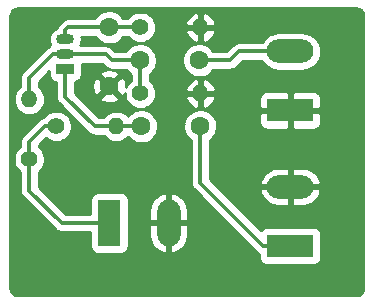
<source format=gbr>
G04 #@! TF.FileFunction,Copper,L2,Bot,Signal*
%FSLAX46Y46*%
G04 Gerber Fmt 4.6, Leading zero omitted, Abs format (unit mm)*
G04 Created by KiCad (PCBNEW 4.0.6) date 06/15/17 23:10:10*
%MOMM*%
%LPD*%
G01*
G04 APERTURE LIST*
%ADD10C,0.100000*%
%ADD11C,1.600000*%
%ADD12R,1.980000X3.960000*%
%ADD13O,1.980000X3.960000*%
%ADD14R,3.960000X1.980000*%
%ADD15O,3.960000X1.980000*%
%ADD16O,1.500000X0.900000*%
%ADD17R,1.500000X0.900000*%
%ADD18C,1.400000*%
%ADD19O,1.400000X1.400000*%
%ADD20C,0.300000*%
%ADD21C,0.254000*%
G04 APERTURE END LIST*
D10*
D11*
X176000400Y-88138000D03*
X181000400Y-88138000D03*
X181102000Y-93726000D03*
X176102000Y-93726000D03*
X173380400Y-90344000D03*
X173380400Y-85344000D03*
D12*
X173409600Y-101904800D03*
D13*
X178409600Y-101904800D03*
D14*
X188722000Y-92376000D03*
D15*
X188722000Y-87376000D03*
D14*
X188722000Y-103856800D03*
D15*
X188722000Y-98856800D03*
D16*
X169672000Y-87630000D03*
X169672000Y-86360000D03*
D17*
X169672000Y-88900000D03*
D18*
X166624000Y-96520000D03*
D19*
X166624000Y-91440000D03*
D18*
X168910000Y-93726000D03*
D19*
X173990000Y-93726000D03*
D18*
X176022000Y-90932000D03*
D19*
X181102000Y-90932000D03*
D18*
X176022000Y-85344000D03*
D19*
X181102000Y-85344000D03*
D20*
X169672000Y-87630000D02*
X168622000Y-87630000D01*
X168622000Y-87630000D02*
X166624000Y-89628000D01*
X166624000Y-89628000D02*
X166624000Y-90450051D01*
X166624000Y-90450051D02*
X166624000Y-91440000D01*
X176022000Y-90932000D02*
X176022000Y-88159600D01*
X176022000Y-88159600D02*
X176000400Y-88138000D01*
X173583600Y-88138000D02*
X173075600Y-87630000D01*
X173075600Y-87630000D02*
X169672000Y-87630000D01*
X176000400Y-88138000D02*
X173583600Y-88138000D01*
X183642000Y-88138000D02*
X184404000Y-87376000D01*
X184404000Y-87376000D02*
X188722000Y-87376000D01*
X181000400Y-88138000D02*
X183642000Y-88138000D01*
X188722000Y-103856800D02*
X186442000Y-103856800D01*
X186442000Y-103856800D02*
X181102000Y-98516800D01*
X181102000Y-98516800D02*
X181102000Y-94857370D01*
X181102000Y-94857370D02*
X181102000Y-93726000D01*
X169672000Y-88900000D02*
X169672000Y-91236800D01*
X169672000Y-91236800D02*
X172161200Y-93726000D01*
X172161200Y-93726000D02*
X173990000Y-93726000D01*
X173990000Y-93726000D02*
X176102000Y-93726000D01*
X173380400Y-85344000D02*
X169938000Y-85344000D01*
X169938000Y-85344000D02*
X169672000Y-85610000D01*
X169672000Y-85610000D02*
X169672000Y-86360000D01*
X173380400Y-85344000D02*
X176022000Y-85344000D01*
X166624000Y-99161600D02*
X169367200Y-101904800D01*
X169367200Y-101904800D02*
X173409600Y-101904800D01*
X166624000Y-96520000D02*
X166624000Y-99161600D01*
X168910000Y-93726000D02*
X167920051Y-93726000D01*
X167920051Y-93726000D02*
X166624000Y-95022051D01*
X166624000Y-95022051D02*
X166624000Y-95530051D01*
X166624000Y-95530051D02*
X166624000Y-96520000D01*
D21*
X165635331Y-83743000D02*
X194276496Y-83743000D01*
X165172316Y-83946200D02*
X173049417Y-83946200D01*
X173707691Y-83946200D02*
X194745516Y-83946200D01*
X165057172Y-84149400D02*
X172585127Y-84149400D01*
X174175641Y-84149400D02*
X175414848Y-84149400D01*
X176625327Y-84149400D02*
X180509322Y-84149400D01*
X180933912Y-84149400D02*
X181270089Y-84149400D01*
X181694679Y-84149400D02*
X194860756Y-84149400D01*
X165023873Y-84352600D02*
X172341711Y-84352600D01*
X174418333Y-84352600D02*
X175126244Y-84352600D01*
X176918997Y-84352600D02*
X180217342Y-84352600D01*
X180975000Y-84352600D02*
X181229000Y-84352600D01*
X181986659Y-84352600D02*
X194894712Y-84352600D01*
X165023000Y-84555800D02*
X172180864Y-84555800D01*
X174579647Y-84555800D02*
X174943665Y-84555800D01*
X177101182Y-84555800D02*
X180032476Y-84555800D01*
X180975000Y-84555800D02*
X181229000Y-84555800D01*
X182171525Y-84555800D02*
X194895000Y-84555800D01*
X165023000Y-84759000D02*
X169418568Y-84759000D01*
X177224894Y-84759000D02*
X179908825Y-84759000D01*
X180975000Y-84759000D02*
X181229000Y-84759000D01*
X182295176Y-84759000D02*
X194895000Y-84759000D01*
X165023000Y-84962200D02*
X169209642Y-84962200D01*
X177307379Y-84962200D02*
X179823985Y-84962200D01*
X180975000Y-84962200D02*
X181229000Y-84962200D01*
X182380016Y-84962200D02*
X194895000Y-84962200D01*
X165023000Y-85165400D02*
X169025210Y-85165400D01*
X177347613Y-85165400D02*
X179901779Y-85165400D01*
X180975000Y-85165400D02*
X181229000Y-85165400D01*
X182302220Y-85165400D02*
X194895000Y-85165400D01*
X165023000Y-85368600D02*
X168928854Y-85368600D01*
X177354885Y-85368600D02*
X194895000Y-85368600D01*
X165023000Y-85571800D02*
X168623229Y-85571800D01*
X177339323Y-85571800D02*
X179872369Y-85571800D01*
X180975000Y-85571800D02*
X181229000Y-85571800D01*
X182331632Y-85571800D02*
X194895000Y-85571800D01*
X165023000Y-85775000D02*
X168454047Y-85775000D01*
X177291507Y-85775000D02*
X179838906Y-85775000D01*
X180975000Y-85775000D02*
X181229000Y-85775000D01*
X182365093Y-85775000D02*
X187474577Y-85775000D01*
X189959897Y-85775000D02*
X194895000Y-85775000D01*
X165023000Y-85978200D02*
X168353112Y-85978200D01*
X177201037Y-85978200D02*
X179931679Y-85978200D01*
X180975000Y-85978200D02*
X181229000Y-85978200D01*
X182272320Y-85978200D02*
X186903409Y-85978200D01*
X190539059Y-85978200D02*
X194895000Y-85978200D01*
X165023000Y-86181400D02*
X168298301Y-86181400D01*
X171046732Y-86181400D02*
X172212812Y-86181400D01*
X174545868Y-86181400D02*
X174974720Y-86181400D01*
X177065086Y-86181400D02*
X180068440Y-86181400D01*
X180975000Y-86181400D02*
X181229000Y-86181400D01*
X182135559Y-86181400D02*
X186625259Y-86181400D01*
X190816970Y-86181400D02*
X194895000Y-86181400D01*
X165023000Y-86384600D02*
X168283253Y-86384600D01*
X171061885Y-86384600D02*
X172390325Y-86384600D01*
X174368608Y-86384600D02*
X175179951Y-86384600D01*
X176865194Y-86384600D02*
X180270876Y-86384600D01*
X180975000Y-86384600D02*
X181229000Y-86384600D01*
X181933123Y-86384600D02*
X186440587Y-86384600D01*
X191002699Y-86384600D02*
X194895000Y-86384600D01*
X165023000Y-86587800D02*
X168306725Y-86587800D01*
X171038559Y-86587800D02*
X172655489Y-86587800D01*
X174098703Y-86587800D02*
X175534213Y-86587800D01*
X176507122Y-86587800D02*
X180634867Y-86587800D01*
X180851056Y-86587800D02*
X181352943Y-86587800D01*
X181569132Y-86587800D02*
X186307014Y-86587800D01*
X191137506Y-86587800D02*
X194895000Y-86587800D01*
X165023000Y-86791000D02*
X168372140Y-86791000D01*
X170973220Y-86791000D02*
X175503494Y-86791000D01*
X176499249Y-86791000D02*
X180503494Y-86791000D01*
X181499249Y-86791000D02*
X183884568Y-86791000D01*
X191238313Y-86791000D02*
X194895000Y-86791000D01*
X165023000Y-86994200D02*
X168165465Y-86994200D01*
X173533298Y-86994200D02*
X175127496Y-86994200D01*
X176870955Y-86994200D02*
X180127496Y-86994200D01*
X181870955Y-86994200D02*
X183675642Y-86994200D01*
X191298118Y-86994200D02*
X194895000Y-86994200D01*
X165023000Y-87197400D02*
X167944442Y-87197400D01*
X173753158Y-87197400D02*
X174909836Y-87197400D01*
X177088780Y-87197400D02*
X179909836Y-87197400D01*
X182088780Y-87197400D02*
X183472442Y-87197400D01*
X191332328Y-87197400D02*
X194895000Y-87197400D01*
X165023000Y-87400600D02*
X167741242Y-87400600D01*
X177233398Y-87400600D02*
X179766080Y-87400600D01*
X191348219Y-87400600D02*
X194895000Y-87400600D01*
X165023000Y-87603800D02*
X167538042Y-87603800D01*
X177332398Y-87603800D02*
X179668042Y-87603800D01*
X191326863Y-87603800D02*
X194895000Y-87603800D01*
X165023000Y-87807000D02*
X167334842Y-87807000D01*
X177397783Y-87807000D02*
X179603635Y-87807000D01*
X191284192Y-87807000D02*
X194895000Y-87807000D01*
X165023000Y-88010200D02*
X167131642Y-88010200D01*
X177435280Y-88010200D02*
X179566984Y-88010200D01*
X191220254Y-88010200D02*
X194895000Y-88010200D01*
X165023000Y-88213400D02*
X166928442Y-88213400D01*
X177432443Y-88213400D02*
X179564146Y-88213400D01*
X184676758Y-88213400D02*
X186332216Y-88213400D01*
X191110384Y-88213400D02*
X194895000Y-88213400D01*
X165023000Y-88416600D02*
X166725242Y-88416600D01*
X171057409Y-88416600D02*
X172752042Y-88416600D01*
X177408735Y-88416600D02*
X179592501Y-88416600D01*
X184473558Y-88416600D02*
X186480859Y-88416600D01*
X190962712Y-88416600D02*
X194895000Y-88416600D01*
X165023000Y-88619800D02*
X166522042Y-88619800D01*
X171060072Y-88619800D02*
X172955242Y-88619800D01*
X177356758Y-88619800D02*
X179647710Y-88619800D01*
X184270358Y-88619800D02*
X186685664Y-88619800D01*
X190758415Y-88619800D02*
X194895000Y-88619800D01*
X165023000Y-88823000D02*
X166318842Y-88823000D01*
X171060072Y-88823000D02*
X173207849Y-88823000D01*
X177266288Y-88823000D02*
X179734597Y-88823000D01*
X184018141Y-88823000D02*
X186994435Y-88823000D01*
X190448060Y-88823000D02*
X194895000Y-88823000D01*
X165023000Y-89026200D02*
X166115642Y-89026200D01*
X171060072Y-89026200D02*
X172803807Y-89026200D01*
X173950457Y-89026200D02*
X174865551Y-89026200D01*
X177130033Y-89026200D02*
X179865551Y-89026200D01*
X182130033Y-89026200D02*
X194895000Y-89026200D01*
X165023000Y-89229400D02*
X165951253Y-89229400D01*
X168132758Y-89229400D02*
X168283928Y-89229400D01*
X171060072Y-89229400D02*
X172603070Y-89229400D01*
X174157731Y-89229400D02*
X175059382Y-89229400D01*
X176935263Y-89229400D02*
X180059382Y-89229400D01*
X181935263Y-89229400D02*
X194895000Y-89229400D01*
X165023000Y-89432600D02*
X165866365Y-89432600D01*
X167929558Y-89432600D02*
X168290515Y-89432600D01*
X171048333Y-89432600D02*
X172648605Y-89432600D01*
X174112195Y-89432600D02*
X175237000Y-89432600D01*
X176807000Y-89432600D02*
X180379097Y-89432600D01*
X181631095Y-89432600D02*
X194895000Y-89432600D01*
X165023000Y-89635800D02*
X165839000Y-89635800D01*
X167726358Y-89635800D02*
X168353781Y-89635800D01*
X170986110Y-89635800D02*
X172127966Y-89635800D01*
X172492595Y-89635800D02*
X172851805Y-89635800D01*
X173908995Y-89635800D02*
X174268205Y-89635800D01*
X174634878Y-89635800D02*
X175237000Y-89635800D01*
X176807000Y-89635800D02*
X194895000Y-89635800D01*
X165023000Y-89839000D02*
X165839000Y-89839000D01*
X167523158Y-89839000D02*
X168521855Y-89839000D01*
X170828017Y-89839000D02*
X172031818Y-89839000D01*
X172695795Y-89839000D02*
X173055005Y-89839000D01*
X173705795Y-89839000D02*
X174065005Y-89839000D01*
X174723803Y-89839000D02*
X175237000Y-89839000D01*
X176807000Y-89839000D02*
X180342442Y-89839000D01*
X180975000Y-89839000D02*
X181229000Y-89839000D01*
X181861559Y-89839000D02*
X194895000Y-89839000D01*
X165023000Y-90042200D02*
X165839000Y-90042200D01*
X167409000Y-90042200D02*
X168887000Y-90042200D01*
X170457000Y-90042200D02*
X171976656Y-90042200D01*
X172898995Y-90042200D02*
X173258205Y-90042200D01*
X173502595Y-90042200D02*
X173861805Y-90042200D01*
X174786348Y-90042200D02*
X175022493Y-90042200D01*
X177019890Y-90042200D02*
X180106791Y-90042200D01*
X180975000Y-90042200D02*
X181229000Y-90042200D01*
X182097210Y-90042200D02*
X194895000Y-90042200D01*
X165023000Y-90245400D02*
X165839000Y-90245400D01*
X167409000Y-90245400D02*
X168887000Y-90245400D01*
X170457000Y-90245400D02*
X171948520Y-90245400D01*
X173102195Y-90245400D02*
X173658605Y-90245400D01*
X174816456Y-90245400D02*
X174874098Y-90245400D01*
X177168685Y-90245400D02*
X179958208Y-90245400D01*
X180975000Y-90245400D02*
X181229000Y-90245400D01*
X182245793Y-90245400D02*
X194895000Y-90245400D01*
X165023000Y-90448600D02*
X165728655Y-90448600D01*
X167517784Y-90448600D02*
X168887000Y-90448600D01*
X170457000Y-90448600D02*
X171945233Y-90448600D01*
X173096195Y-90448600D02*
X173664605Y-90448600D01*
X177266771Y-90448600D02*
X179861629Y-90448600D01*
X180975000Y-90448600D02*
X181229000Y-90448600D01*
X182342372Y-90448600D02*
X194895000Y-90448600D01*
X165023000Y-90651800D02*
X165545557Y-90651800D01*
X167700911Y-90651800D02*
X168887000Y-90651800D01*
X170457000Y-90651800D02*
X171975341Y-90651800D01*
X172892995Y-90651800D02*
X173252205Y-90651800D01*
X173508595Y-90651800D02*
X173867805Y-90651800D01*
X177327496Y-90651800D02*
X179841044Y-90651800D01*
X180975000Y-90651800D02*
X181229000Y-90651800D01*
X182362955Y-90651800D02*
X194895000Y-90651800D01*
X165023000Y-90855000D02*
X165425887Y-90855000D01*
X167821150Y-90855000D02*
X168887000Y-90855000D01*
X170457000Y-90855000D02*
X172039142Y-90855000D01*
X172689795Y-90855000D02*
X173049005Y-90855000D01*
X173711795Y-90855000D02*
X174071005Y-90855000D01*
X177356304Y-90855000D02*
X186393728Y-90855000D01*
X188540250Y-90855000D02*
X188903750Y-90855000D01*
X191050273Y-90855000D02*
X194895000Y-90855000D01*
X165023000Y-91058200D02*
X165349191Y-91058200D01*
X167898542Y-91058200D02*
X168887000Y-91058200D01*
X170603558Y-91058200D02*
X172129129Y-91058200D01*
X172486595Y-91058200D02*
X172845805Y-91058200D01*
X173914995Y-91058200D02*
X174274205Y-91058200D01*
X174629995Y-91058200D02*
X174687806Y-91058200D01*
X177353466Y-91058200D02*
X186197321Y-91058200D01*
X188595000Y-91058200D02*
X188849000Y-91058200D01*
X191246680Y-91058200D02*
X194895000Y-91058200D01*
X165023000Y-91261400D02*
X165306349Y-91261400D01*
X167942122Y-91261400D02*
X168889412Y-91261400D01*
X170806758Y-91261400D02*
X172642605Y-91261400D01*
X174118195Y-91261400D02*
X174725100Y-91261400D01*
X177316240Y-91261400D02*
X179811633Y-91261400D01*
X180975000Y-91261400D02*
X181229000Y-91261400D01*
X182392368Y-91261400D02*
X186119345Y-91261400D01*
X188595000Y-91261400D02*
X188849000Y-91261400D01*
X191324656Y-91261400D02*
X194895000Y-91261400D01*
X165023000Y-91464600D02*
X165290778Y-91464600D01*
X167958873Y-91464600D02*
X168924624Y-91464600D01*
X171009958Y-91464600D02*
X172604829Y-91464600D01*
X174155970Y-91464600D02*
X174796981Y-91464600D01*
X177246272Y-91464600D02*
X179884483Y-91464600D01*
X180975000Y-91464600D02*
X181229000Y-91464600D01*
X182319516Y-91464600D02*
X186107000Y-91464600D01*
X188595000Y-91464600D02*
X188849000Y-91464600D01*
X191337000Y-91464600D02*
X194895000Y-91464600D01*
X165023000Y-91667800D02*
X165310702Y-91667800D01*
X167936133Y-91667800D02*
X169016343Y-91667800D01*
X171213158Y-91667800D02*
X172823024Y-91667800D01*
X173940215Y-91667800D02*
X174907908Y-91667800D01*
X177136757Y-91667800D02*
X179994172Y-91667800D01*
X180975000Y-91667800D02*
X181229000Y-91667800D01*
X182209827Y-91667800D02*
X186107000Y-91667800D01*
X188595000Y-91667800D02*
X188849000Y-91667800D01*
X191337000Y-91667800D02*
X194895000Y-91667800D01*
X165023000Y-91871000D02*
X165364313Y-91871000D01*
X167883202Y-91871000D02*
X169196042Y-91871000D01*
X171416358Y-91871000D02*
X175072834Y-91871000D01*
X176971885Y-91871000D02*
X180160325Y-91871000D01*
X180975000Y-91871000D02*
X181229000Y-91871000D01*
X182043674Y-91871000D02*
X186107000Y-91871000D01*
X188595000Y-91871000D02*
X188849000Y-91871000D01*
X191337000Y-91871000D02*
X194895000Y-91871000D01*
X165023000Y-92074200D02*
X165453010Y-92074200D01*
X167795065Y-92074200D02*
X169399242Y-92074200D01*
X171619558Y-92074200D02*
X175326134Y-92074200D01*
X176713763Y-92074200D02*
X180423253Y-92074200D01*
X180975000Y-92074200D02*
X181229000Y-92074200D01*
X181780746Y-92074200D02*
X186107000Y-92074200D01*
X188595000Y-92074200D02*
X188849000Y-92074200D01*
X191337000Y-92074200D02*
X194895000Y-92074200D01*
X165023000Y-92277400D02*
X165587216Y-92277400D01*
X167661159Y-92277400D02*
X169602442Y-92277400D01*
X171822758Y-92277400D02*
X194895000Y-92277400D01*
X165023000Y-92480600D02*
X165789689Y-92480600D01*
X167458152Y-92480600D02*
X168428584Y-92480600D01*
X169392480Y-92480600D02*
X169805642Y-92480600D01*
X172025958Y-92480600D02*
X173511680Y-92480600D01*
X174464512Y-92480600D02*
X175384358Y-92480600D01*
X176821927Y-92480600D02*
X180384358Y-92480600D01*
X181821927Y-92480600D02*
X194895000Y-92480600D01*
X165023000Y-92683800D02*
X166128162Y-92683800D01*
X167124958Y-92683800D02*
X168066119Y-92683800D01*
X169752346Y-92683800D02*
X170008842Y-92683800D01*
X172229158Y-92683800D02*
X173159242Y-92683800D01*
X174821394Y-92683800D02*
X175115186Y-92683800D01*
X177089487Y-92683800D02*
X180115186Y-92683800D01*
X182089487Y-92683800D02*
X186107000Y-92683800D01*
X188595000Y-92683800D02*
X188849000Y-92683800D01*
X191337000Y-92683800D02*
X194895000Y-92683800D01*
X165023000Y-92887000D02*
X167866448Y-92887000D01*
X169955430Y-92887000D02*
X170212042Y-92887000D01*
X172432358Y-92887000D02*
X172953280Y-92887000D01*
X177267496Y-92887000D02*
X179937247Y-92887000D01*
X182267496Y-92887000D02*
X186107000Y-92887000D01*
X188595000Y-92887000D02*
X188849000Y-92887000D01*
X191337000Y-92887000D02*
X194895000Y-92887000D01*
X165023000Y-93090200D02*
X167463516Y-93090200D01*
X170090437Y-93090200D02*
X170415242Y-93090200D01*
X177392122Y-93090200D02*
X179813188Y-93090200D01*
X182392122Y-93090200D02*
X186107000Y-93090200D01*
X188595000Y-93090200D02*
X188849000Y-93090200D01*
X191337000Y-93090200D02*
X194895000Y-93090200D01*
X165023000Y-93293400D02*
X167242493Y-93293400D01*
X170175709Y-93293400D02*
X170618442Y-93293400D01*
X177475875Y-93293400D02*
X179726831Y-93293400D01*
X182475875Y-93293400D02*
X186107000Y-93293400D01*
X188595000Y-93293400D02*
X188849000Y-93293400D01*
X191337000Y-93293400D02*
X194895000Y-93293400D01*
X165023000Y-93496600D02*
X167039293Y-93496600D01*
X170225555Y-93496600D02*
X170821642Y-93496600D01*
X177519500Y-93496600D02*
X179683639Y-93496600D01*
X182519500Y-93496600D02*
X186120537Y-93496600D01*
X188595000Y-93496600D02*
X188849000Y-93496600D01*
X191323462Y-93496600D02*
X194895000Y-93496600D01*
X165023000Y-93699800D02*
X166836093Y-93699800D01*
X170243594Y-93699800D02*
X171024842Y-93699800D01*
X177535461Y-93699800D02*
X179667165Y-93699800D01*
X182535462Y-93699800D02*
X186201329Y-93699800D01*
X188595000Y-93699800D02*
X188849000Y-93699800D01*
X191242670Y-93699800D02*
X194895000Y-93699800D01*
X165023000Y-93903000D02*
X166632893Y-93903000D01*
X170238865Y-93903000D02*
X171228042Y-93903000D01*
X177532624Y-93903000D02*
X179675454Y-93903000D01*
X182532624Y-93903000D02*
X186402707Y-93903000D01*
X188534250Y-93903000D02*
X188909750Y-93903000D01*
X191041292Y-93903000D02*
X194895000Y-93903000D01*
X165023000Y-94106200D02*
X166429693Y-94106200D01*
X170192699Y-94106200D02*
X171431242Y-94106200D01*
X177487252Y-94106200D02*
X179712748Y-94106200D01*
X182487252Y-94106200D02*
X194895000Y-94106200D01*
X165023000Y-94309400D02*
X166226493Y-94309400D01*
X170111655Y-94309400D02*
X171640599Y-94309400D01*
X177413123Y-94309400D02*
X179789536Y-94309400D01*
X182413123Y-94309400D02*
X194895000Y-94309400D01*
X165023000Y-94512600D02*
X166031442Y-94512600D01*
X169988921Y-94512600D02*
X172911166Y-94512600D01*
X177303304Y-94512600D02*
X179901674Y-94512600D01*
X182303304Y-94512600D02*
X194895000Y-94512600D01*
X165023000Y-94715800D02*
X165901530Y-94715800D01*
X169806540Y-94715800D02*
X173096159Y-94715800D01*
X174885007Y-94715800D02*
X175062868Y-94715800D01*
X177143553Y-94715800D02*
X180062868Y-94715800D01*
X182143553Y-94715800D02*
X194895000Y-94715800D01*
X165023000Y-94919000D02*
X165849195Y-94919000D01*
X167837209Y-94919000D02*
X168305937Y-94919000D01*
X169521715Y-94919000D02*
X173395699Y-94919000D01*
X174582803Y-94919000D02*
X175303998Y-94919000D01*
X176900351Y-94919000D02*
X180303998Y-94919000D01*
X181900351Y-94919000D02*
X194895000Y-94919000D01*
X165023000Y-95122200D02*
X165839000Y-95122200D01*
X167634009Y-95122200D02*
X175769351Y-95122200D01*
X176447946Y-95122200D02*
X180317000Y-95122200D01*
X181887000Y-95122200D02*
X194895000Y-95122200D01*
X165023000Y-95325400D02*
X165839000Y-95325400D01*
X167430809Y-95325400D02*
X180317000Y-95325400D01*
X181887000Y-95325400D02*
X194895000Y-95325400D01*
X165023000Y-95528600D02*
X165728244Y-95528600D01*
X167520997Y-95528600D02*
X180317000Y-95528600D01*
X181887000Y-95528600D02*
X194895000Y-95528600D01*
X165023000Y-95731800D02*
X165545665Y-95731800D01*
X167703182Y-95731800D02*
X180317000Y-95731800D01*
X181887000Y-95731800D02*
X194895000Y-95731800D01*
X165023000Y-95935000D02*
X165422218Y-95935000D01*
X167826894Y-95935000D02*
X180317000Y-95935000D01*
X181887000Y-95935000D02*
X194895000Y-95935000D01*
X165023000Y-96138200D02*
X165340272Y-96138200D01*
X167909378Y-96138200D02*
X180317000Y-96138200D01*
X181887000Y-96138200D02*
X194895000Y-96138200D01*
X165023000Y-96341400D02*
X165297080Y-96341400D01*
X167949613Y-96341400D02*
X180317000Y-96341400D01*
X181887000Y-96341400D02*
X194895000Y-96341400D01*
X165023000Y-96544600D02*
X165288470Y-96544600D01*
X167956885Y-96544600D02*
X180317000Y-96544600D01*
X181887000Y-96544600D02*
X194895000Y-96544600D01*
X165023000Y-96747800D02*
X165308453Y-96747800D01*
X167941324Y-96747800D02*
X180317000Y-96747800D01*
X181887000Y-96747800D02*
X194895000Y-96747800D01*
X165023000Y-96951000D02*
X165358755Y-96951000D01*
X167893507Y-96951000D02*
X180317000Y-96951000D01*
X181887000Y-96951000D02*
X194895000Y-96951000D01*
X165023000Y-97154200D02*
X165444431Y-97154200D01*
X167803037Y-97154200D02*
X180317000Y-97154200D01*
X181887000Y-97154200D02*
X194895000Y-97154200D01*
X165023000Y-97357400D02*
X165576720Y-97357400D01*
X167667086Y-97357400D02*
X180317000Y-97357400D01*
X181887000Y-97357400D02*
X187112306Y-97357400D01*
X188595000Y-97357400D02*
X188849000Y-97357400D01*
X190331695Y-97357400D02*
X194895000Y-97357400D01*
X165023000Y-97560600D02*
X165781951Y-97560600D01*
X167467194Y-97560600D02*
X180317000Y-97560600D01*
X181887000Y-97560600D02*
X186748030Y-97560600D01*
X188595000Y-97560600D02*
X188849000Y-97560600D01*
X190695971Y-97560600D02*
X194895000Y-97560600D01*
X165023000Y-97763800D02*
X165839000Y-97763800D01*
X167409000Y-97763800D02*
X180317000Y-97763800D01*
X181887000Y-97763800D02*
X186528293Y-97763800D01*
X188595000Y-97763800D02*
X188849000Y-97763800D01*
X190915708Y-97763800D02*
X194895000Y-97763800D01*
X165023000Y-97967000D02*
X165839000Y-97967000D01*
X167409000Y-97967000D02*
X180317000Y-97967000D01*
X181887000Y-97967000D02*
X186374914Y-97967000D01*
X188595000Y-97967000D02*
X188849000Y-97967000D01*
X191069087Y-97967000D02*
X194895000Y-97967000D01*
X165023000Y-98170200D02*
X165839000Y-98170200D01*
X167409000Y-98170200D02*
X180317000Y-98170200D01*
X181887000Y-98170200D02*
X186261853Y-98170200D01*
X188595000Y-98170200D02*
X188849000Y-98170200D01*
X191182148Y-98170200D02*
X194895000Y-98170200D01*
X165023000Y-98373400D02*
X165839000Y-98373400D01*
X167409000Y-98373400D02*
X180317000Y-98373400D01*
X182068758Y-98373400D02*
X186176999Y-98373400D01*
X188595000Y-98373400D02*
X188849000Y-98373400D01*
X191267002Y-98373400D02*
X194895000Y-98373400D01*
X165023000Y-98576600D02*
X165839000Y-98576600D01*
X167409000Y-98576600D02*
X180322863Y-98576600D01*
X182271958Y-98576600D02*
X186198586Y-98576600D01*
X188595000Y-98576600D02*
X188849000Y-98576600D01*
X191245413Y-98576600D02*
X194895000Y-98576600D01*
X165023000Y-98779800D02*
X165839000Y-98779800D01*
X167409000Y-98779800D02*
X180364851Y-98779800D01*
X182475158Y-98779800D02*
X194895000Y-98779800D01*
X165023000Y-98983000D02*
X165839000Y-98983000D01*
X167555558Y-98983000D02*
X180474082Y-98983000D01*
X182678358Y-98983000D02*
X194895000Y-98983000D01*
X165023000Y-99186200D02*
X165841412Y-99186200D01*
X167758758Y-99186200D02*
X180661242Y-99186200D01*
X182881558Y-99186200D02*
X186175247Y-99186200D01*
X188595000Y-99186200D02*
X188849000Y-99186200D01*
X191268754Y-99186200D02*
X194895000Y-99186200D01*
X165023000Y-99389400D02*
X165876624Y-99389400D01*
X167961958Y-99389400D02*
X172083997Y-99389400D01*
X174745304Y-99389400D02*
X177849132Y-99389400D01*
X178146294Y-99389400D02*
X178672907Y-99389400D01*
X178970069Y-99389400D02*
X180864442Y-99389400D01*
X183084758Y-99389400D02*
X186194392Y-99389400D01*
X188595000Y-99389400D02*
X188849000Y-99389400D01*
X191249607Y-99389400D02*
X194895000Y-99389400D01*
X165023000Y-99592600D02*
X165968343Y-99592600D01*
X168165158Y-99592600D02*
X171876406Y-99592600D01*
X174937243Y-99592600D02*
X177469804Y-99592600D01*
X178282600Y-99592600D02*
X178536600Y-99592600D01*
X179349397Y-99592600D02*
X181067642Y-99592600D01*
X183287958Y-99592600D02*
X186283405Y-99592600D01*
X188595000Y-99592600D02*
X188849000Y-99592600D01*
X191160594Y-99592600D02*
X194895000Y-99592600D01*
X165023000Y-99795800D02*
X166148042Y-99795800D01*
X168368358Y-99795800D02*
X171799861Y-99795800D01*
X175020975Y-99795800D02*
X177235245Y-99795800D01*
X178282600Y-99795800D02*
X178536600Y-99795800D01*
X179583956Y-99795800D02*
X181270842Y-99795800D01*
X183491158Y-99795800D02*
X186409244Y-99795800D01*
X188595000Y-99795800D02*
X188849000Y-99795800D01*
X191034755Y-99795800D02*
X194895000Y-99795800D01*
X165023000Y-99999000D02*
X166351242Y-99999000D01*
X168571558Y-99999000D02*
X171781528Y-99999000D01*
X175037672Y-99999000D02*
X177069814Y-99999000D01*
X178282600Y-99999000D02*
X178536600Y-99999000D01*
X179749387Y-99999000D02*
X181474042Y-99999000D01*
X183694358Y-99999000D02*
X186579519Y-99999000D01*
X188595000Y-99999000D02*
X188849000Y-99999000D01*
X190864480Y-99999000D02*
X194895000Y-99999000D01*
X165023000Y-100202200D02*
X166554442Y-100202200D01*
X168774758Y-100202200D02*
X171781528Y-100202200D01*
X175037672Y-100202200D02*
X176946505Y-100202200D01*
X178282600Y-100202200D02*
X178536600Y-100202200D01*
X179872696Y-100202200D02*
X181677242Y-100202200D01*
X183897558Y-100202200D02*
X186824979Y-100202200D01*
X188595000Y-100202200D02*
X188849000Y-100202200D01*
X190619020Y-100202200D02*
X194895000Y-100202200D01*
X165023000Y-100405400D02*
X166757642Y-100405400D01*
X168977958Y-100405400D02*
X171781528Y-100405400D01*
X175037672Y-100405400D02*
X176867101Y-100405400D01*
X178282600Y-100405400D02*
X178536600Y-100405400D01*
X179952100Y-100405400D02*
X181880442Y-100405400D01*
X184100758Y-100405400D02*
X187238212Y-100405400D01*
X188595000Y-100405400D02*
X188849000Y-100405400D01*
X190205787Y-100405400D02*
X194895000Y-100405400D01*
X165023000Y-100608600D02*
X166960842Y-100608600D01*
X169181158Y-100608600D02*
X171781528Y-100608600D01*
X175037672Y-100608600D02*
X176816501Y-100608600D01*
X178282600Y-100608600D02*
X178536600Y-100608600D01*
X180002700Y-100608600D02*
X182083642Y-100608600D01*
X184303958Y-100608600D02*
X194895000Y-100608600D01*
X165023000Y-100811800D02*
X167164042Y-100811800D01*
X169384358Y-100811800D02*
X171781528Y-100811800D01*
X175037672Y-100811800D02*
X176784600Y-100811800D01*
X178282600Y-100811800D02*
X178536600Y-100811800D01*
X180034600Y-100811800D02*
X182286842Y-100811800D01*
X184507158Y-100811800D02*
X194895000Y-100811800D01*
X165023000Y-101015000D02*
X167367242Y-101015000D01*
X169587558Y-101015000D02*
X171781528Y-101015000D01*
X175037672Y-101015000D02*
X176784600Y-101015000D01*
X178282600Y-101015000D02*
X178536600Y-101015000D01*
X180034600Y-101015000D02*
X182490042Y-101015000D01*
X184710358Y-101015000D02*
X194895000Y-101015000D01*
X165023000Y-101218200D02*
X167570442Y-101218200D01*
X175037672Y-101218200D02*
X176784600Y-101218200D01*
X178282600Y-101218200D02*
X178536600Y-101218200D01*
X180034600Y-101218200D02*
X182693242Y-101218200D01*
X184913558Y-101218200D02*
X194895000Y-101218200D01*
X165023000Y-101421400D02*
X167773642Y-101421400D01*
X175037672Y-101421400D02*
X176784600Y-101421400D01*
X178282600Y-101421400D02*
X178536600Y-101421400D01*
X180034600Y-101421400D02*
X182896442Y-101421400D01*
X185116758Y-101421400D02*
X194895000Y-101421400D01*
X165023000Y-101624600D02*
X167976842Y-101624600D01*
X175037672Y-101624600D02*
X176784600Y-101624600D01*
X178282600Y-101624600D02*
X178536600Y-101624600D01*
X180034600Y-101624600D02*
X183099642Y-101624600D01*
X185319958Y-101624600D02*
X194895000Y-101624600D01*
X165023000Y-101827800D02*
X168180042Y-101827800D01*
X175037672Y-101827800D02*
X183302842Y-101827800D01*
X185523158Y-101827800D02*
X194895000Y-101827800D01*
X165023000Y-102031000D02*
X168383242Y-102031000D01*
X175037672Y-102031000D02*
X183506042Y-102031000D01*
X185726358Y-102031000D02*
X194895000Y-102031000D01*
X165023000Y-102234200D02*
X168586442Y-102234200D01*
X175037672Y-102234200D02*
X176784600Y-102234200D01*
X178282600Y-102234200D02*
X178536600Y-102234200D01*
X180034600Y-102234200D02*
X183709242Y-102234200D01*
X185929558Y-102234200D02*
X186673383Y-102234200D01*
X190740506Y-102234200D02*
X194895000Y-102234200D01*
X165023000Y-102437400D02*
X168789642Y-102437400D01*
X175037672Y-102437400D02*
X176784600Y-102437400D01*
X178282600Y-102437400D02*
X178536600Y-102437400D01*
X180034600Y-102437400D02*
X183912442Y-102437400D01*
X186132758Y-102437400D02*
X186277934Y-102437400D01*
X191172074Y-102437400D02*
X194895000Y-102437400D01*
X165023000Y-102640600D02*
X169101768Y-102640600D01*
X175037672Y-102640600D02*
X176784600Y-102640600D01*
X178282600Y-102640600D02*
X178536600Y-102640600D01*
X180034600Y-102640600D02*
X184115642Y-102640600D01*
X191293274Y-102640600D02*
X194895000Y-102640600D01*
X165023000Y-102843800D02*
X171781528Y-102843800D01*
X175037672Y-102843800D02*
X176784600Y-102843800D01*
X178282600Y-102843800D02*
X178536600Y-102843800D01*
X180034600Y-102843800D02*
X184318842Y-102843800D01*
X191338238Y-102843800D02*
X194895000Y-102843800D01*
X165023000Y-103047000D02*
X171781528Y-103047000D01*
X175037672Y-103047000D02*
X176789085Y-103047000D01*
X178282600Y-103047000D02*
X178536600Y-103047000D01*
X180030114Y-103047000D02*
X184522042Y-103047000D01*
X191340072Y-103047000D02*
X194895000Y-103047000D01*
X165023000Y-103250200D02*
X171781528Y-103250200D01*
X175037672Y-103250200D02*
X176825258Y-103250200D01*
X178282600Y-103250200D02*
X178536600Y-103250200D01*
X179993941Y-103250200D02*
X184725242Y-103250200D01*
X191340072Y-103250200D02*
X194895000Y-103250200D01*
X165023000Y-103453400D02*
X171781528Y-103453400D01*
X175037672Y-103453400D02*
X176886326Y-103453400D01*
X178282600Y-103453400D02*
X178536600Y-103453400D01*
X179932873Y-103453400D02*
X184928442Y-103453400D01*
X191340072Y-103453400D02*
X194895000Y-103453400D01*
X165023000Y-103656600D02*
X171781528Y-103656600D01*
X175037672Y-103656600D02*
X176971349Y-103656600D01*
X178282600Y-103656600D02*
X178536600Y-103656600D01*
X179847850Y-103656600D02*
X185131642Y-103656600D01*
X191340072Y-103656600D02*
X194895000Y-103656600D01*
X165023000Y-103859800D02*
X171781528Y-103859800D01*
X175037672Y-103859800D02*
X177101270Y-103859800D01*
X178282600Y-103859800D02*
X178536600Y-103859800D01*
X179717929Y-103859800D02*
X185334842Y-103859800D01*
X191340072Y-103859800D02*
X194895000Y-103859800D01*
X165023000Y-104063000D02*
X171813461Y-104063000D01*
X175012213Y-104063000D02*
X177282497Y-104063000D01*
X178282600Y-104063000D02*
X178536600Y-104063000D01*
X179536702Y-104063000D02*
X185538042Y-104063000D01*
X191340072Y-104063000D02*
X194895000Y-104063000D01*
X165023000Y-104266200D02*
X171914378Y-104266200D01*
X174904575Y-104266200D02*
X177540313Y-104266200D01*
X178282600Y-104266200D02*
X178536600Y-104266200D01*
X179278886Y-104266200D02*
X185741242Y-104266200D01*
X191340072Y-104266200D02*
X194895000Y-104266200D01*
X165023000Y-104469400D02*
X172179255Y-104469400D01*
X174647350Y-104469400D02*
X178007445Y-104469400D01*
X178042577Y-104469400D02*
X178776622Y-104469400D01*
X178811754Y-104469400D02*
X185956653Y-104469400D01*
X191340072Y-104469400D02*
X194895000Y-104469400D01*
X165023000Y-104672600D02*
X186103928Y-104672600D01*
X191340072Y-104672600D02*
X194895000Y-104672600D01*
X165023000Y-104875800D02*
X186106240Y-104875800D01*
X191335950Y-104875800D02*
X194895000Y-104875800D01*
X165023000Y-105079000D02*
X186152584Y-105079000D01*
X191290271Y-105079000D02*
X194895000Y-105079000D01*
X165023000Y-105282200D02*
X186278966Y-105282200D01*
X191160951Y-105282200D02*
X194895000Y-105282200D01*
X165023000Y-105485400D02*
X194895000Y-105485400D01*
X165023000Y-105688600D02*
X194895000Y-105688600D01*
X165023000Y-105891800D02*
X194895000Y-105891800D01*
X165023000Y-106095000D02*
X194895000Y-106095000D01*
X165023000Y-106298200D02*
X194895000Y-106298200D01*
X165023000Y-106501400D02*
X194895000Y-106501400D01*
X165023000Y-106704600D02*
X194895000Y-106704600D01*
X165023000Y-106907800D02*
X194895000Y-106907800D01*
X165023000Y-107111000D02*
X194895000Y-107111000D01*
X165023000Y-107314200D02*
X194895000Y-107314200D01*
X165033798Y-107517400D02*
X194884322Y-107517400D01*
X165100492Y-107720600D02*
X194817554Y-107720600D01*
X165282746Y-107923800D02*
X194635852Y-107923800D01*
X194422992Y-83757364D02*
X194531670Y-83790176D01*
X194631918Y-83843479D01*
X194719897Y-83915232D01*
X194792263Y-84002707D01*
X194846263Y-84102579D01*
X194879833Y-84211027D01*
X194895000Y-84355331D01*
X194895000Y-107408496D01*
X194880636Y-107554992D01*
X194847823Y-107663672D01*
X194794522Y-107763917D01*
X194722769Y-107851895D01*
X194635292Y-107924263D01*
X194535420Y-107978263D01*
X194426973Y-108011833D01*
X194282669Y-108027000D01*
X165641504Y-108027000D01*
X165495008Y-108012636D01*
X165386328Y-107979823D01*
X165286083Y-107926522D01*
X165198105Y-107854769D01*
X165125737Y-107767292D01*
X165071737Y-107667420D01*
X165038167Y-107558973D01*
X165023000Y-107414669D01*
X165023000Y-96632250D01*
X165287246Y-96632250D01*
X165334507Y-96889756D01*
X165430884Y-97133178D01*
X165572707Y-97353244D01*
X165754574Y-97541572D01*
X165839000Y-97600250D01*
X165839000Y-99161600D01*
X165846078Y-99233783D01*
X165852396Y-99306002D01*
X165853547Y-99309964D01*
X165853950Y-99314074D01*
X165874921Y-99383535D01*
X165895139Y-99453124D01*
X165897037Y-99456786D01*
X165898231Y-99460740D01*
X165932260Y-99524738D01*
X165965643Y-99589142D01*
X165968222Y-99592372D01*
X165970157Y-99596012D01*
X166015990Y-99652209D01*
X166061226Y-99708874D01*
X166066890Y-99714618D01*
X166066987Y-99714738D01*
X166067097Y-99714829D01*
X166068921Y-99716679D01*
X168812121Y-102459879D01*
X168868166Y-102505915D01*
X168923701Y-102552514D01*
X168927317Y-102554502D01*
X168930508Y-102557123D01*
X168994445Y-102591406D01*
X169057956Y-102626321D01*
X169061888Y-102627568D01*
X169065528Y-102629520D01*
X169134883Y-102650724D01*
X169203989Y-102672646D01*
X169208092Y-102673106D01*
X169212039Y-102674313D01*
X169284238Y-102681647D01*
X169356240Y-102689723D01*
X169364299Y-102689780D01*
X169364460Y-102689796D01*
X169364610Y-102689782D01*
X169367200Y-102689800D01*
X171781528Y-102689800D01*
X171781528Y-103884800D01*
X171789592Y-103985921D01*
X171842706Y-104157434D01*
X171941500Y-104307359D01*
X172078150Y-104423825D01*
X172241837Y-104497610D01*
X172419600Y-104522872D01*
X174399600Y-104522872D01*
X174500721Y-104514808D01*
X174672234Y-104461694D01*
X174822159Y-104362900D01*
X174938625Y-104226250D01*
X175012410Y-104062563D01*
X175037672Y-103884800D01*
X175037672Y-102031800D01*
X176784600Y-102031800D01*
X176784600Y-103021800D01*
X176840600Y-103336382D01*
X176956896Y-103633994D01*
X177129019Y-103903199D01*
X177350354Y-104133652D01*
X177612395Y-104316496D01*
X177905072Y-104444705D01*
X178030735Y-104475018D01*
X178282600Y-104355540D01*
X178282600Y-102031800D01*
X178536600Y-102031800D01*
X178536600Y-104355540D01*
X178788465Y-104475018D01*
X178914128Y-104444705D01*
X179206805Y-104316496D01*
X179468846Y-104133652D01*
X179690181Y-103903199D01*
X179862304Y-103633994D01*
X179978600Y-103336382D01*
X180034600Y-103021800D01*
X180034600Y-102031800D01*
X178536600Y-102031800D01*
X178282600Y-102031800D01*
X176784600Y-102031800D01*
X175037672Y-102031800D01*
X175037672Y-100787800D01*
X176784600Y-100787800D01*
X176784600Y-101777800D01*
X178282600Y-101777800D01*
X178282600Y-99454060D01*
X178536600Y-99454060D01*
X178536600Y-101777800D01*
X180034600Y-101777800D01*
X180034600Y-100787800D01*
X179978600Y-100473218D01*
X179862304Y-100175606D01*
X179690181Y-99906401D01*
X179468846Y-99675948D01*
X179206805Y-99493104D01*
X178914128Y-99364895D01*
X178788465Y-99334582D01*
X178536600Y-99454060D01*
X178282600Y-99454060D01*
X178030735Y-99334582D01*
X177905072Y-99364895D01*
X177612395Y-99493104D01*
X177350354Y-99675948D01*
X177129019Y-99906401D01*
X176956896Y-100175606D01*
X176840600Y-100473218D01*
X176784600Y-100787800D01*
X175037672Y-100787800D01*
X175037672Y-99924800D01*
X175029608Y-99823679D01*
X174976494Y-99652166D01*
X174877700Y-99502241D01*
X174741050Y-99385775D01*
X174577363Y-99311990D01*
X174399600Y-99286728D01*
X172419600Y-99286728D01*
X172318479Y-99294792D01*
X172146966Y-99347906D01*
X171997041Y-99446700D01*
X171880575Y-99583350D01*
X171806790Y-99747037D01*
X171781528Y-99924800D01*
X171781528Y-101119800D01*
X169692358Y-101119800D01*
X167409000Y-98836442D01*
X167409000Y-97603030D01*
X167449885Y-97577084D01*
X167639478Y-97396537D01*
X167790392Y-97182603D01*
X167896878Y-96943430D01*
X167954881Y-96688129D01*
X167959057Y-96389097D01*
X167908205Y-96132276D01*
X167808438Y-95890223D01*
X167663556Y-95672159D01*
X167479078Y-95486388D01*
X167409000Y-95439120D01*
X167409000Y-95347209D01*
X168024884Y-94731325D01*
X168040574Y-94747572D01*
X168255556Y-94896989D01*
X168495466Y-95001803D01*
X168751166Y-95058023D01*
X169012915Y-95063505D01*
X169270745Y-95018043D01*
X169514834Y-94923367D01*
X169735885Y-94783084D01*
X169925478Y-94602537D01*
X170076392Y-94388603D01*
X170182878Y-94149430D01*
X170240881Y-93894129D01*
X170245057Y-93595097D01*
X170194205Y-93338276D01*
X170094438Y-93096223D01*
X169949556Y-92878159D01*
X169765078Y-92692388D01*
X169548030Y-92545988D01*
X169306680Y-92444533D01*
X169050221Y-92391890D01*
X168788420Y-92390062D01*
X168531251Y-92439120D01*
X168288507Y-92537194D01*
X168069437Y-92680550D01*
X167882383Y-92863727D01*
X167823146Y-92950240D01*
X167775649Y-92954396D01*
X167771687Y-92955547D01*
X167767577Y-92955950D01*
X167698116Y-92976921D01*
X167628527Y-92997139D01*
X167624865Y-92999037D01*
X167620911Y-93000231D01*
X167556892Y-93034271D01*
X167492510Y-93067643D01*
X167489282Y-93070220D01*
X167485639Y-93072157D01*
X167429420Y-93118007D01*
X167372777Y-93163226D01*
X167367033Y-93168890D01*
X167366913Y-93168987D01*
X167366822Y-93169097D01*
X167364972Y-93170921D01*
X166068921Y-94466972D01*
X166022885Y-94523017D01*
X165976286Y-94578552D01*
X165974298Y-94582168D01*
X165971677Y-94585359D01*
X165937394Y-94649296D01*
X165902479Y-94712807D01*
X165901232Y-94716739D01*
X165899280Y-94720379D01*
X165878089Y-94789692D01*
X165856154Y-94858840D01*
X165855693Y-94862948D01*
X165854488Y-94866890D01*
X165847164Y-94938995D01*
X165839077Y-95011091D01*
X165839020Y-95019160D01*
X165839005Y-95019311D01*
X165839018Y-95019451D01*
X165839000Y-95022051D01*
X165839000Y-95438190D01*
X165783437Y-95474550D01*
X165596383Y-95657727D01*
X165448471Y-95873747D01*
X165345334Y-96114383D01*
X165290901Y-96370469D01*
X165287246Y-96632250D01*
X165023000Y-96632250D01*
X165023000Y-91433541D01*
X165289000Y-91433541D01*
X165289000Y-91446459D01*
X165314425Y-91705762D01*
X165389731Y-91955188D01*
X165512050Y-92185237D01*
X165676723Y-92387146D01*
X165877477Y-92553224D01*
X166106667Y-92677146D01*
X166355561Y-92754192D01*
X166614680Y-92781426D01*
X166874154Y-92757812D01*
X167124100Y-92684249D01*
X167354997Y-92563539D01*
X167558051Y-92400280D01*
X167725527Y-92200690D01*
X167851046Y-91972371D01*
X167929827Y-91724021D01*
X167958870Y-91465099D01*
X167959000Y-91446459D01*
X167959000Y-91433541D01*
X167933575Y-91174238D01*
X167858269Y-90924812D01*
X167735950Y-90694763D01*
X167571277Y-90492854D01*
X167409000Y-90358607D01*
X167409000Y-89953158D01*
X168283928Y-89078230D01*
X168283928Y-89350000D01*
X168291992Y-89451121D01*
X168345106Y-89622634D01*
X168443900Y-89772559D01*
X168580550Y-89889025D01*
X168744237Y-89962810D01*
X168887000Y-89983098D01*
X168887000Y-91236800D01*
X168894078Y-91308983D01*
X168900396Y-91381202D01*
X168901547Y-91385164D01*
X168901950Y-91389274D01*
X168922921Y-91458735D01*
X168943139Y-91528324D01*
X168945037Y-91531986D01*
X168946231Y-91535940D01*
X168980260Y-91599938D01*
X169013643Y-91664342D01*
X169016222Y-91667572D01*
X169018157Y-91671212D01*
X169063990Y-91727409D01*
X169109226Y-91784074D01*
X169114890Y-91789818D01*
X169114987Y-91789938D01*
X169115097Y-91790029D01*
X169116921Y-91791879D01*
X171606121Y-94281079D01*
X171662166Y-94327115D01*
X171717701Y-94373714D01*
X171721317Y-94375702D01*
X171724508Y-94378323D01*
X171788464Y-94412616D01*
X171851956Y-94447521D01*
X171855886Y-94448768D01*
X171859527Y-94450720D01*
X171928855Y-94471915D01*
X171997989Y-94493846D01*
X172002097Y-94494307D01*
X172006039Y-94495512D01*
X172078144Y-94502836D01*
X172150240Y-94510923D01*
X172158309Y-94510980D01*
X172158460Y-94510995D01*
X172158600Y-94510982D01*
X172161200Y-94511000D01*
X172909880Y-94511000D01*
X173029720Y-94660051D01*
X173229310Y-94827527D01*
X173457629Y-94953046D01*
X173705979Y-95031827D01*
X173964901Y-95060870D01*
X173983541Y-95061000D01*
X173996459Y-95061000D01*
X174255762Y-95035575D01*
X174505188Y-94960269D01*
X174735237Y-94837950D01*
X174937146Y-94673277D01*
X174976208Y-94626060D01*
X175167448Y-94824095D01*
X175398534Y-94984704D01*
X175656415Y-95097369D01*
X175931268Y-95157800D01*
X176212624Y-95163693D01*
X176489767Y-95114826D01*
X176752140Y-95013058D01*
X176989749Y-94862267D01*
X177193544Y-94668195D01*
X177355762Y-94438236D01*
X177470225Y-94181148D01*
X177532573Y-93906723D01*
X177533411Y-93846659D01*
X179665114Y-93846659D01*
X179715915Y-94123453D01*
X179819512Y-94385109D01*
X179971959Y-94621660D01*
X180167448Y-94824095D01*
X180317000Y-94928036D01*
X180317000Y-98516800D01*
X180324078Y-98588983D01*
X180330396Y-98661202D01*
X180331547Y-98665164D01*
X180331950Y-98669274D01*
X180352921Y-98738735D01*
X180373139Y-98808324D01*
X180375037Y-98811986D01*
X180376231Y-98815940D01*
X180410260Y-98879938D01*
X180443643Y-98944342D01*
X180446222Y-98947572D01*
X180448157Y-98951212D01*
X180493990Y-99007409D01*
X180539226Y-99064074D01*
X180544890Y-99069818D01*
X180544987Y-99069938D01*
X180545097Y-99070029D01*
X180546921Y-99071879D01*
X185886921Y-104411879D01*
X185942966Y-104457915D01*
X185998501Y-104504514D01*
X186002117Y-104506502D01*
X186005308Y-104509123D01*
X186069264Y-104543416D01*
X186103928Y-104562473D01*
X186103928Y-104846800D01*
X186111992Y-104947921D01*
X186165106Y-105119434D01*
X186263900Y-105269359D01*
X186400550Y-105385825D01*
X186564237Y-105459610D01*
X186742000Y-105484872D01*
X190702000Y-105484872D01*
X190803121Y-105476808D01*
X190974634Y-105423694D01*
X191124559Y-105324900D01*
X191241025Y-105188250D01*
X191314810Y-105024563D01*
X191340072Y-104846800D01*
X191340072Y-102866800D01*
X191332008Y-102765679D01*
X191278894Y-102594166D01*
X191180100Y-102444241D01*
X191043450Y-102327775D01*
X190879763Y-102253990D01*
X190702000Y-102228728D01*
X186742000Y-102228728D01*
X186640879Y-102236792D01*
X186469366Y-102289906D01*
X186319441Y-102388700D01*
X186211134Y-102515776D01*
X182931023Y-99235665D01*
X186151782Y-99235665D01*
X186182095Y-99361328D01*
X186310304Y-99654005D01*
X186493148Y-99916046D01*
X186723601Y-100137381D01*
X186992806Y-100309504D01*
X187290418Y-100425800D01*
X187605000Y-100481800D01*
X188595000Y-100481800D01*
X188595000Y-98983800D01*
X188849000Y-98983800D01*
X188849000Y-100481800D01*
X189839000Y-100481800D01*
X190153582Y-100425800D01*
X190451194Y-100309504D01*
X190720399Y-100137381D01*
X190950852Y-99916046D01*
X191133696Y-99654005D01*
X191261905Y-99361328D01*
X191292218Y-99235665D01*
X191172740Y-98983800D01*
X188849000Y-98983800D01*
X188595000Y-98983800D01*
X186271260Y-98983800D01*
X186151782Y-99235665D01*
X182931023Y-99235665D01*
X182173293Y-98477935D01*
X186151782Y-98477935D01*
X186271260Y-98729800D01*
X188595000Y-98729800D01*
X188595000Y-97231800D01*
X188849000Y-97231800D01*
X188849000Y-98729800D01*
X191172740Y-98729800D01*
X191292218Y-98477935D01*
X191261905Y-98352272D01*
X191133696Y-98059595D01*
X190950852Y-97797554D01*
X190720399Y-97576219D01*
X190451194Y-97404096D01*
X190153582Y-97287800D01*
X189839000Y-97231800D01*
X188849000Y-97231800D01*
X188595000Y-97231800D01*
X187605000Y-97231800D01*
X187290418Y-97287800D01*
X186992806Y-97404096D01*
X186723601Y-97576219D01*
X186493148Y-97797554D01*
X186310304Y-98059595D01*
X186182095Y-98352272D01*
X186151782Y-98477935D01*
X182173293Y-98477935D01*
X181887000Y-98191642D01*
X181887000Y-94927473D01*
X181989749Y-94862267D01*
X182193544Y-94668195D01*
X182355762Y-94438236D01*
X182470225Y-94181148D01*
X182532573Y-93906723D01*
X182537061Y-93585291D01*
X182482400Y-93309233D01*
X182375160Y-93049049D01*
X182219426Y-92814650D01*
X182067590Y-92661750D01*
X186107000Y-92661750D01*
X186107000Y-93428542D01*
X186131403Y-93551223D01*
X186179270Y-93666785D01*
X186248763Y-93770789D01*
X186337211Y-93859237D01*
X186441215Y-93928730D01*
X186556777Y-93976597D01*
X186679458Y-94001000D01*
X188436250Y-94001000D01*
X188595000Y-93842250D01*
X188595000Y-92503000D01*
X188849000Y-92503000D01*
X188849000Y-93842250D01*
X189007750Y-94001000D01*
X190764542Y-94001000D01*
X190887223Y-93976597D01*
X191002785Y-93928730D01*
X191106789Y-93859237D01*
X191195237Y-93770789D01*
X191264730Y-93666785D01*
X191312597Y-93551223D01*
X191337000Y-93428542D01*
X191337000Y-92661750D01*
X191178250Y-92503000D01*
X188849000Y-92503000D01*
X188595000Y-92503000D01*
X186265750Y-92503000D01*
X186107000Y-92661750D01*
X182067590Y-92661750D01*
X182021129Y-92614964D01*
X181787823Y-92457597D01*
X181528394Y-92348543D01*
X181252724Y-92291956D01*
X180971313Y-92289991D01*
X180694880Y-92342724D01*
X180433954Y-92448145D01*
X180198473Y-92602239D01*
X179997408Y-92799137D01*
X179838416Y-93031339D01*
X179727553Y-93290000D01*
X179669043Y-93565268D01*
X179665114Y-93846659D01*
X177533411Y-93846659D01*
X177537061Y-93585291D01*
X177482400Y-93309233D01*
X177375160Y-93049049D01*
X177219426Y-92814650D01*
X177021129Y-92614964D01*
X176787823Y-92457597D01*
X176528394Y-92348543D01*
X176252724Y-92291956D01*
X175971313Y-92289991D01*
X175694880Y-92342724D01*
X175433954Y-92448145D01*
X175198473Y-92602239D01*
X174997408Y-92799137D01*
X174978390Y-92826911D01*
X174950280Y-92791949D01*
X174750690Y-92624473D01*
X174522371Y-92498954D01*
X174274021Y-92420173D01*
X174015099Y-92391130D01*
X173996459Y-92391000D01*
X173983541Y-92391000D01*
X173724238Y-92416425D01*
X173474812Y-92491731D01*
X173244763Y-92614050D01*
X173042854Y-92778723D01*
X172908607Y-92941000D01*
X172486358Y-92941000D01*
X170882060Y-91336702D01*
X172567303Y-91336702D01*
X172638886Y-91580671D01*
X172894396Y-91701571D01*
X173168584Y-91770300D01*
X173450912Y-91784217D01*
X173730530Y-91742787D01*
X173996692Y-91647603D01*
X174121914Y-91580671D01*
X174193497Y-91336702D01*
X173380400Y-90523605D01*
X172567303Y-91336702D01*
X170882060Y-91336702D01*
X170457000Y-90911642D01*
X170457000Y-90414512D01*
X171940183Y-90414512D01*
X171981613Y-90694130D01*
X172076797Y-90960292D01*
X172143729Y-91085514D01*
X172387698Y-91157097D01*
X173200795Y-90344000D01*
X172387698Y-89530903D01*
X172143729Y-89602486D01*
X172022829Y-89857996D01*
X171954100Y-90132184D01*
X171940183Y-90414512D01*
X170457000Y-90414512D01*
X170457000Y-89985281D01*
X170523121Y-89980008D01*
X170694634Y-89926894D01*
X170844559Y-89828100D01*
X170961025Y-89691450D01*
X171034810Y-89527763D01*
X171060072Y-89350000D01*
X171060072Y-88450000D01*
X171057281Y-88415000D01*
X172750442Y-88415000D01*
X173028521Y-88693078D01*
X173084558Y-88739108D01*
X173140101Y-88785714D01*
X173143714Y-88787700D01*
X173146907Y-88790323D01*
X173210884Y-88824627D01*
X173274356Y-88859521D01*
X173278286Y-88860768D01*
X173281927Y-88862720D01*
X173351255Y-88883915D01*
X173420389Y-88905846D01*
X173424497Y-88906307D01*
X173428439Y-88907512D01*
X173468886Y-88911621D01*
X173309888Y-88903783D01*
X173030270Y-88945213D01*
X172764108Y-89040397D01*
X172638886Y-89107329D01*
X172567303Y-89351298D01*
X173380400Y-90164395D01*
X174193497Y-89351298D01*
X174121914Y-89107329D01*
X173866404Y-88986429D01*
X173613360Y-88923000D01*
X174799043Y-88923000D01*
X174870359Y-89033660D01*
X175065848Y-89236095D01*
X175237000Y-89355049D01*
X175237000Y-89850190D01*
X175181437Y-89886550D01*
X174994383Y-90069727D01*
X174846471Y-90285747D01*
X174816574Y-90355501D01*
X174820617Y-90273488D01*
X174779187Y-89993870D01*
X174684003Y-89727708D01*
X174617071Y-89602486D01*
X174373102Y-89530903D01*
X173560005Y-90344000D01*
X174373102Y-91157097D01*
X174617071Y-91085514D01*
X174686725Y-90938307D01*
X174685246Y-91044250D01*
X174732507Y-91301756D01*
X174828884Y-91545178D01*
X174970707Y-91765244D01*
X175152574Y-91953572D01*
X175367556Y-92102989D01*
X175607466Y-92207803D01*
X175863166Y-92264023D01*
X176124915Y-92269505D01*
X176382745Y-92224043D01*
X176626834Y-92129367D01*
X176847885Y-91989084D01*
X177037478Y-91808537D01*
X177188392Y-91594603D01*
X177294878Y-91355430D01*
X177315348Y-91265329D01*
X179809284Y-91265329D01*
X179841953Y-91373044D01*
X179952208Y-91610392D01*
X180106649Y-91821670D01*
X180299340Y-91998759D01*
X180522877Y-92134853D01*
X180768670Y-92224722D01*
X180975000Y-92102201D01*
X180975000Y-91059000D01*
X181229000Y-91059000D01*
X181229000Y-92102201D01*
X181435330Y-92224722D01*
X181681123Y-92134853D01*
X181904660Y-91998759D01*
X182097351Y-91821670D01*
X182251792Y-91610392D01*
X182362047Y-91373044D01*
X182377085Y-91323458D01*
X186107000Y-91323458D01*
X186107000Y-92090250D01*
X186265750Y-92249000D01*
X188595000Y-92249000D01*
X188595000Y-90909750D01*
X188849000Y-90909750D01*
X188849000Y-92249000D01*
X191178250Y-92249000D01*
X191337000Y-92090250D01*
X191337000Y-91323458D01*
X191312597Y-91200777D01*
X191264730Y-91085215D01*
X191195237Y-90981211D01*
X191106789Y-90892763D01*
X191002785Y-90823270D01*
X190887223Y-90775403D01*
X190764542Y-90751000D01*
X189007750Y-90751000D01*
X188849000Y-90909750D01*
X188595000Y-90909750D01*
X188436250Y-90751000D01*
X186679458Y-90751000D01*
X186556777Y-90775403D01*
X186441215Y-90823270D01*
X186337211Y-90892763D01*
X186248763Y-90981211D01*
X186179270Y-91085215D01*
X186131403Y-91200777D01*
X186107000Y-91323458D01*
X182377085Y-91323458D01*
X182394716Y-91265329D01*
X182271374Y-91059000D01*
X181229000Y-91059000D01*
X180975000Y-91059000D01*
X179932626Y-91059000D01*
X179809284Y-91265329D01*
X177315348Y-91265329D01*
X177352881Y-91100129D01*
X177357057Y-90801097D01*
X177316976Y-90598671D01*
X179809284Y-90598671D01*
X179932626Y-90805000D01*
X180975000Y-90805000D01*
X180975000Y-89761799D01*
X181229000Y-89761799D01*
X181229000Y-90805000D01*
X182271374Y-90805000D01*
X182394716Y-90598671D01*
X182362047Y-90490956D01*
X182251792Y-90253608D01*
X182097351Y-90042330D01*
X181904660Y-89865241D01*
X181681123Y-89729147D01*
X181435330Y-89639278D01*
X181229000Y-89761799D01*
X180975000Y-89761799D01*
X180768670Y-89639278D01*
X180522877Y-89729147D01*
X180299340Y-89865241D01*
X180106649Y-90042330D01*
X179952208Y-90253608D01*
X179841953Y-90490956D01*
X179809284Y-90598671D01*
X177316976Y-90598671D01*
X177306205Y-90544276D01*
X177206438Y-90302223D01*
X177061556Y-90084159D01*
X176877078Y-89898388D01*
X176807000Y-89851120D01*
X176807000Y-89325766D01*
X176888149Y-89274267D01*
X177091944Y-89080195D01*
X177254162Y-88850236D01*
X177368625Y-88593148D01*
X177430973Y-88318723D01*
X177431811Y-88258659D01*
X179563514Y-88258659D01*
X179614315Y-88535453D01*
X179717912Y-88797109D01*
X179870359Y-89033660D01*
X180065848Y-89236095D01*
X180296934Y-89396704D01*
X180554815Y-89509369D01*
X180829668Y-89569800D01*
X181111024Y-89575693D01*
X181388167Y-89526826D01*
X181650540Y-89425058D01*
X181888149Y-89274267D01*
X182091944Y-89080195D01*
X182202833Y-88923000D01*
X183642000Y-88923000D01*
X183714183Y-88915922D01*
X183786402Y-88909604D01*
X183790364Y-88908453D01*
X183794474Y-88908050D01*
X183863935Y-88887079D01*
X183933524Y-88866861D01*
X183937186Y-88864963D01*
X183941140Y-88863769D01*
X184005138Y-88829740D01*
X184069542Y-88796357D01*
X184072772Y-88793778D01*
X184076412Y-88791843D01*
X184132609Y-88746010D01*
X184189274Y-88700774D01*
X184195018Y-88695110D01*
X184195138Y-88695013D01*
X184195229Y-88694903D01*
X184197079Y-88693079D01*
X184729158Y-88161000D01*
X186304822Y-88161000D01*
X186359605Y-88265790D01*
X186558329Y-88512953D01*
X186801276Y-88716809D01*
X187079191Y-88869595D01*
X187381491Y-88965490D01*
X187696658Y-89000842D01*
X187719347Y-89001000D01*
X189724653Y-89001000D01*
X190040284Y-88970052D01*
X190343892Y-88878387D01*
X190623914Y-88729497D01*
X190869684Y-88529052D01*
X191071839Y-88284688D01*
X191222681Y-88005713D01*
X191316463Y-87702752D01*
X191349613Y-87387345D01*
X191320870Y-87071505D01*
X191231327Y-86767264D01*
X191084395Y-86486210D01*
X190885671Y-86239047D01*
X190642724Y-86035191D01*
X190364809Y-85882405D01*
X190062509Y-85786510D01*
X189747342Y-85751158D01*
X189724653Y-85751000D01*
X187719347Y-85751000D01*
X187403716Y-85781948D01*
X187100108Y-85873613D01*
X186820086Y-86022503D01*
X186574316Y-86222948D01*
X186372161Y-86467312D01*
X186305283Y-86591000D01*
X184404000Y-86591000D01*
X184331817Y-86598078D01*
X184259598Y-86604396D01*
X184255636Y-86605547D01*
X184251526Y-86605950D01*
X184182065Y-86626921D01*
X184112476Y-86647139D01*
X184108814Y-86649037D01*
X184104860Y-86650231D01*
X184040841Y-86684271D01*
X183976459Y-86717643D01*
X183973231Y-86720220D01*
X183969588Y-86722157D01*
X183913369Y-86768007D01*
X183856726Y-86813226D01*
X183850982Y-86818890D01*
X183850862Y-86818987D01*
X183850771Y-86819097D01*
X183848921Y-86820921D01*
X183316842Y-87353000D01*
X182201773Y-87353000D01*
X182117826Y-87226650D01*
X181919529Y-87026964D01*
X181686223Y-86869597D01*
X181426794Y-86760543D01*
X181151124Y-86703956D01*
X180869713Y-86701991D01*
X180593280Y-86754724D01*
X180332354Y-86860145D01*
X180096873Y-87014239D01*
X179895808Y-87211137D01*
X179736816Y-87443339D01*
X179625953Y-87702000D01*
X179567443Y-87977268D01*
X179563514Y-88258659D01*
X177431811Y-88258659D01*
X177435461Y-87997291D01*
X177380800Y-87721233D01*
X177273560Y-87461049D01*
X177117826Y-87226650D01*
X176919529Y-87026964D01*
X176686223Y-86869597D01*
X176426794Y-86760543D01*
X176151124Y-86703956D01*
X175869713Y-86701991D01*
X175593280Y-86754724D01*
X175332354Y-86860145D01*
X175096873Y-87014239D01*
X174895808Y-87211137D01*
X174798672Y-87353000D01*
X173908757Y-87353000D01*
X173630679Y-87074921D01*
X173574634Y-87028885D01*
X173519099Y-86982286D01*
X173515483Y-86980298D01*
X173512292Y-86977677D01*
X173448355Y-86943394D01*
X173384844Y-86908479D01*
X173380912Y-86907232D01*
X173377272Y-86905280D01*
X173307959Y-86884089D01*
X173238811Y-86862154D01*
X173234703Y-86861693D01*
X173230761Y-86860488D01*
X173158656Y-86853164D01*
X173086560Y-86845077D01*
X173078491Y-86845020D01*
X173078340Y-86845005D01*
X173078200Y-86845018D01*
X173075600Y-86845000D01*
X170944023Y-86845000D01*
X170978923Y-86780454D01*
X171041540Y-86578170D01*
X171063675Y-86367575D01*
X171044483Y-86156691D01*
X171036333Y-86129000D01*
X172179043Y-86129000D01*
X172250359Y-86239660D01*
X172445848Y-86442095D01*
X172676934Y-86602704D01*
X172934815Y-86715369D01*
X173209668Y-86775800D01*
X173491024Y-86781693D01*
X173768167Y-86732826D01*
X174030540Y-86631058D01*
X174268149Y-86480267D01*
X174471944Y-86286195D01*
X174582833Y-86129000D01*
X174939616Y-86129000D01*
X174970707Y-86177244D01*
X175152574Y-86365572D01*
X175367556Y-86514989D01*
X175607466Y-86619803D01*
X175863166Y-86676023D01*
X176124915Y-86681505D01*
X176382745Y-86636043D01*
X176626834Y-86541367D01*
X176847885Y-86401084D01*
X177037478Y-86220537D01*
X177188392Y-86006603D01*
X177294878Y-85767430D01*
X177315348Y-85677329D01*
X179809284Y-85677329D01*
X179841953Y-85785044D01*
X179952208Y-86022392D01*
X180106649Y-86233670D01*
X180299340Y-86410759D01*
X180522877Y-86546853D01*
X180768670Y-86636722D01*
X180975000Y-86514201D01*
X180975000Y-85471000D01*
X181229000Y-85471000D01*
X181229000Y-86514201D01*
X181435330Y-86636722D01*
X181681123Y-86546853D01*
X181904660Y-86410759D01*
X182097351Y-86233670D01*
X182251792Y-86022392D01*
X182362047Y-85785044D01*
X182394716Y-85677329D01*
X182271374Y-85471000D01*
X181229000Y-85471000D01*
X180975000Y-85471000D01*
X179932626Y-85471000D01*
X179809284Y-85677329D01*
X177315348Y-85677329D01*
X177352881Y-85512129D01*
X177357057Y-85213097D01*
X177316976Y-85010671D01*
X179809284Y-85010671D01*
X179932626Y-85217000D01*
X180975000Y-85217000D01*
X180975000Y-84173799D01*
X181229000Y-84173799D01*
X181229000Y-85217000D01*
X182271374Y-85217000D01*
X182394716Y-85010671D01*
X182362047Y-84902956D01*
X182251792Y-84665608D01*
X182097351Y-84454330D01*
X181904660Y-84277241D01*
X181681123Y-84141147D01*
X181435330Y-84051278D01*
X181229000Y-84173799D01*
X180975000Y-84173799D01*
X180768670Y-84051278D01*
X180522877Y-84141147D01*
X180299340Y-84277241D01*
X180106649Y-84454330D01*
X179952208Y-84665608D01*
X179841953Y-84902956D01*
X179809284Y-85010671D01*
X177316976Y-85010671D01*
X177306205Y-84956276D01*
X177206438Y-84714223D01*
X177061556Y-84496159D01*
X176877078Y-84310388D01*
X176660030Y-84163988D01*
X176418680Y-84062533D01*
X176162221Y-84009890D01*
X175900420Y-84008062D01*
X175643251Y-84057120D01*
X175400507Y-84155194D01*
X175181437Y-84298550D01*
X174994383Y-84481727D01*
X174941473Y-84559000D01*
X174581773Y-84559000D01*
X174497826Y-84432650D01*
X174299529Y-84232964D01*
X174066223Y-84075597D01*
X173806794Y-83966543D01*
X173531124Y-83909956D01*
X173249713Y-83907991D01*
X172973280Y-83960724D01*
X172712354Y-84066145D01*
X172476873Y-84220239D01*
X172275808Y-84417137D01*
X172178672Y-84559000D01*
X169938000Y-84559000D01*
X169865817Y-84566078D01*
X169793598Y-84572396D01*
X169789636Y-84573547D01*
X169785526Y-84573950D01*
X169716065Y-84594921D01*
X169646476Y-84615139D01*
X169642814Y-84617037D01*
X169638860Y-84618231D01*
X169574841Y-84652271D01*
X169510459Y-84685643D01*
X169507231Y-84688220D01*
X169503588Y-84690157D01*
X169447369Y-84736007D01*
X169390726Y-84781226D01*
X169384982Y-84786890D01*
X169384862Y-84786987D01*
X169384771Y-84787097D01*
X169382921Y-84788921D01*
X169116921Y-85054921D01*
X169070885Y-85110966D01*
X169024286Y-85166501D01*
X169022298Y-85170117D01*
X169019677Y-85173308D01*
X168985394Y-85237245D01*
X168950479Y-85300756D01*
X168949232Y-85304688D01*
X168947280Y-85308328D01*
X168928675Y-85369184D01*
X168764869Y-85456280D01*
X168600771Y-85590116D01*
X168465793Y-85753276D01*
X168365077Y-85939546D01*
X168302460Y-86141830D01*
X168280325Y-86352425D01*
X168299517Y-86563309D01*
X168359305Y-86766448D01*
X168416548Y-86875945D01*
X168400065Y-86880921D01*
X168330476Y-86901139D01*
X168326814Y-86903037D01*
X168322860Y-86904231D01*
X168258841Y-86938271D01*
X168194459Y-86971643D01*
X168191231Y-86974220D01*
X168187588Y-86976157D01*
X168131369Y-87022007D01*
X168074726Y-87067226D01*
X168068982Y-87072890D01*
X168068862Y-87072987D01*
X168068771Y-87073097D01*
X168066921Y-87074921D01*
X166068921Y-89072921D01*
X166022885Y-89128966D01*
X165976286Y-89184501D01*
X165974298Y-89188117D01*
X165971677Y-89191308D01*
X165937394Y-89255245D01*
X165902479Y-89318756D01*
X165901232Y-89322688D01*
X165899280Y-89326328D01*
X165878089Y-89395641D01*
X165856154Y-89464789D01*
X165855693Y-89468897D01*
X165854488Y-89472839D01*
X165847164Y-89544944D01*
X165839077Y-89617040D01*
X165839020Y-89625109D01*
X165839005Y-89625260D01*
X165839018Y-89625400D01*
X165839000Y-89628000D01*
X165839000Y-90359880D01*
X165689949Y-90479720D01*
X165522473Y-90679310D01*
X165396954Y-90907629D01*
X165318173Y-91155979D01*
X165289130Y-91414901D01*
X165289000Y-91433541D01*
X165023000Y-91433541D01*
X165023000Y-84361504D01*
X165037364Y-84215008D01*
X165070176Y-84106330D01*
X165123479Y-84006082D01*
X165195232Y-83918103D01*
X165282707Y-83845737D01*
X165382579Y-83791737D01*
X165491027Y-83758167D01*
X165635331Y-83743000D01*
X194276496Y-83743000D01*
X194422992Y-83757364D01*
M02*

</source>
